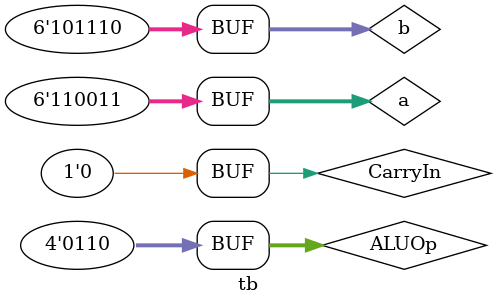
<source format=v>
module tb();
wire CarryOut;
wire [5:0] Result;
reg [5:0] a;
reg [5:0] b; 
reg CarryIn;
reg [3:0] ALUOp;

top t1(
	.a(a),
	.b(b),
	.CarryIn(CarryIn),
	.CarryOut(CarryOut),
	.ALUOp(ALUOp),
	.Result(Result)
);

initial
begin
a = 6'b110011;
b = 6'b101110;
CarryIn = 1'b0;
ALUOp = 4'b0110;
end

endmodule
</source>
